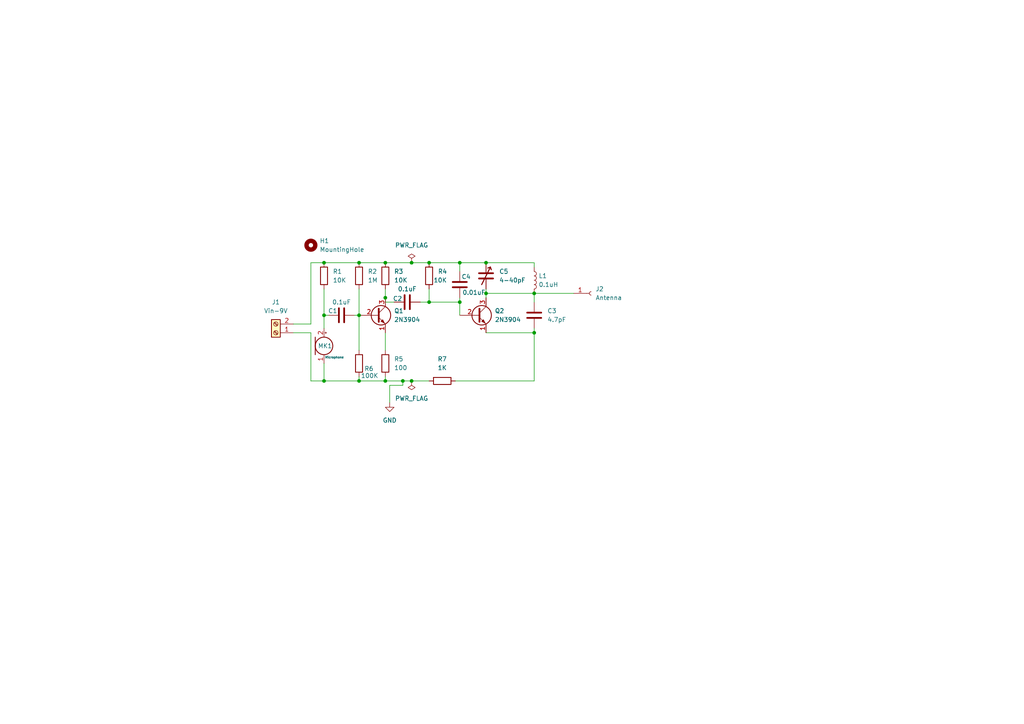
<source format=kicad_sch>
(kicad_sch
	(version 20231120)
	(generator "eeschema")
	(generator_version "8.0")
	(uuid "c816ed70-2355-4cb7-ba16-7f29548ee052")
	(paper "A4")
	(lib_symbols
		(symbol "Connector:Conn_01x01_Socket"
			(pin_names
				(offset 1.016) hide)
			(exclude_from_sim no)
			(in_bom yes)
			(on_board yes)
			(property "Reference" "J"
				(at 0 2.54 0)
				(effects
					(font
						(size 1.27 1.27)
					)
				)
			)
			(property "Value" "Conn_01x01_Socket"
				(at 0 -2.54 0)
				(effects
					(font
						(size 1.27 1.27)
					)
				)
			)
			(property "Footprint" ""
				(at 0 0 0)
				(effects
					(font
						(size 1.27 1.27)
					)
					(hide yes)
				)
			)
			(property "Datasheet" "~"
				(at 0 0 0)
				(effects
					(font
						(size 1.27 1.27)
					)
					(hide yes)
				)
			)
			(property "Description" "Generic connector, single row, 01x01, script generated"
				(at 0 0 0)
				(effects
					(font
						(size 1.27 1.27)
					)
					(hide yes)
				)
			)
			(property "ki_locked" ""
				(at 0 0 0)
				(effects
					(font
						(size 1.27 1.27)
					)
				)
			)
			(property "ki_keywords" "connector"
				(at 0 0 0)
				(effects
					(font
						(size 1.27 1.27)
					)
					(hide yes)
				)
			)
			(property "ki_fp_filters" "Connector*:*_1x??_*"
				(at 0 0 0)
				(effects
					(font
						(size 1.27 1.27)
					)
					(hide yes)
				)
			)
			(symbol "Conn_01x01_Socket_1_1"
				(polyline
					(pts
						(xy -1.27 0) (xy -0.508 0)
					)
					(stroke
						(width 0.1524)
						(type default)
					)
					(fill
						(type none)
					)
				)
				(arc
					(start 0 0.508)
					(mid -0.5058 0)
					(end 0 -0.508)
					(stroke
						(width 0.1524)
						(type default)
					)
					(fill
						(type none)
					)
				)
				(pin passive line
					(at -5.08 0 0)
					(length 3.81)
					(name "Pin_1"
						(effects
							(font
								(size 1.27 1.27)
							)
						)
					)
					(number "1"
						(effects
							(font
								(size 1.27 1.27)
							)
						)
					)
				)
			)
		)
		(symbol "Connector:Screw_Terminal_01x02"
			(pin_names
				(offset 1.016) hide)
			(exclude_from_sim no)
			(in_bom yes)
			(on_board yes)
			(property "Reference" "J"
				(at 0 2.54 0)
				(effects
					(font
						(size 1.27 1.27)
					)
				)
			)
			(property "Value" "Screw_Terminal_01x02"
				(at 0 -5.08 0)
				(effects
					(font
						(size 1.27 1.27)
					)
				)
			)
			(property "Footprint" ""
				(at 0 0 0)
				(effects
					(font
						(size 1.27 1.27)
					)
					(hide yes)
				)
			)
			(property "Datasheet" "~"
				(at 0 0 0)
				(effects
					(font
						(size 1.27 1.27)
					)
					(hide yes)
				)
			)
			(property "Description" "Generic screw terminal, single row, 01x02, script generated (kicad-library-utils/schlib/autogen/connector/)"
				(at 0 0 0)
				(effects
					(font
						(size 1.27 1.27)
					)
					(hide yes)
				)
			)
			(property "ki_keywords" "screw terminal"
				(at 0 0 0)
				(effects
					(font
						(size 1.27 1.27)
					)
					(hide yes)
				)
			)
			(property "ki_fp_filters" "TerminalBlock*:*"
				(at 0 0 0)
				(effects
					(font
						(size 1.27 1.27)
					)
					(hide yes)
				)
			)
			(symbol "Screw_Terminal_01x02_1_1"
				(rectangle
					(start -1.27 1.27)
					(end 1.27 -3.81)
					(stroke
						(width 0.254)
						(type default)
					)
					(fill
						(type background)
					)
				)
				(circle
					(center 0 -2.54)
					(radius 0.635)
					(stroke
						(width 0.1524)
						(type default)
					)
					(fill
						(type none)
					)
				)
				(polyline
					(pts
						(xy -0.5334 -2.2098) (xy 0.3302 -3.048)
					)
					(stroke
						(width 0.1524)
						(type default)
					)
					(fill
						(type none)
					)
				)
				(polyline
					(pts
						(xy -0.5334 0.3302) (xy 0.3302 -0.508)
					)
					(stroke
						(width 0.1524)
						(type default)
					)
					(fill
						(type none)
					)
				)
				(polyline
					(pts
						(xy -0.3556 -2.032) (xy 0.508 -2.8702)
					)
					(stroke
						(width 0.1524)
						(type default)
					)
					(fill
						(type none)
					)
				)
				(polyline
					(pts
						(xy -0.3556 0.508) (xy 0.508 -0.3302)
					)
					(stroke
						(width 0.1524)
						(type default)
					)
					(fill
						(type none)
					)
				)
				(circle
					(center 0 0)
					(radius 0.635)
					(stroke
						(width 0.1524)
						(type default)
					)
					(fill
						(type none)
					)
				)
				(pin passive line
					(at -5.08 0 0)
					(length 3.81)
					(name "Pin_1"
						(effects
							(font
								(size 1.27 1.27)
							)
						)
					)
					(number "1"
						(effects
							(font
								(size 1.27 1.27)
							)
						)
					)
				)
				(pin passive line
					(at -5.08 -2.54 0)
					(length 3.81)
					(name "Pin_2"
						(effects
							(font
								(size 1.27 1.27)
							)
						)
					)
					(number "2"
						(effects
							(font
								(size 1.27 1.27)
							)
						)
					)
				)
			)
		)
		(symbol "Device:C"
			(pin_numbers hide)
			(pin_names
				(offset 0.254)
			)
			(exclude_from_sim no)
			(in_bom yes)
			(on_board yes)
			(property "Reference" "C"
				(at 0.635 2.54 0)
				(effects
					(font
						(size 1.27 1.27)
					)
					(justify left)
				)
			)
			(property "Value" "C"
				(at 0.635 -2.54 0)
				(effects
					(font
						(size 1.27 1.27)
					)
					(justify left)
				)
			)
			(property "Footprint" ""
				(at 0.9652 -3.81 0)
				(effects
					(font
						(size 1.27 1.27)
					)
					(hide yes)
				)
			)
			(property "Datasheet" "~"
				(at 0 0 0)
				(effects
					(font
						(size 1.27 1.27)
					)
					(hide yes)
				)
			)
			(property "Description" "Unpolarized capacitor"
				(at 0 0 0)
				(effects
					(font
						(size 1.27 1.27)
					)
					(hide yes)
				)
			)
			(property "ki_keywords" "cap capacitor"
				(at 0 0 0)
				(effects
					(font
						(size 1.27 1.27)
					)
					(hide yes)
				)
			)
			(property "ki_fp_filters" "C_*"
				(at 0 0 0)
				(effects
					(font
						(size 1.27 1.27)
					)
					(hide yes)
				)
			)
			(symbol "C_0_1"
				(polyline
					(pts
						(xy -2.032 -0.762) (xy 2.032 -0.762)
					)
					(stroke
						(width 0.508)
						(type default)
					)
					(fill
						(type none)
					)
				)
				(polyline
					(pts
						(xy -2.032 0.762) (xy 2.032 0.762)
					)
					(stroke
						(width 0.508)
						(type default)
					)
					(fill
						(type none)
					)
				)
			)
			(symbol "C_1_1"
				(pin passive line
					(at 0 3.81 270)
					(length 2.794)
					(name "~"
						(effects
							(font
								(size 1.27 1.27)
							)
						)
					)
					(number "1"
						(effects
							(font
								(size 1.27 1.27)
							)
						)
					)
				)
				(pin passive line
					(at 0 -3.81 90)
					(length 2.794)
					(name "~"
						(effects
							(font
								(size 1.27 1.27)
							)
						)
					)
					(number "2"
						(effects
							(font
								(size 1.27 1.27)
							)
						)
					)
				)
			)
		)
		(symbol "Device:C_Variable"
			(pin_numbers hide)
			(pin_names
				(offset 0.254) hide)
			(exclude_from_sim no)
			(in_bom yes)
			(on_board yes)
			(property "Reference" "C"
				(at 0.635 -1.905 0)
				(effects
					(font
						(size 1.27 1.27)
					)
					(justify left)
				)
			)
			(property "Value" "C_Variable"
				(at 0.635 -3.81 0)
				(effects
					(font
						(size 1.27 1.27)
					)
					(justify left)
				)
			)
			(property "Footprint" ""
				(at 0 0 0)
				(effects
					(font
						(size 1.27 1.27)
					)
					(hide yes)
				)
			)
			(property "Datasheet" "~"
				(at 0 0 0)
				(effects
					(font
						(size 1.27 1.27)
					)
					(hide yes)
				)
			)
			(property "Description" "Variable capacitor"
				(at 0 0 0)
				(effects
					(font
						(size 1.27 1.27)
					)
					(hide yes)
				)
			)
			(property "ki_keywords" "trimmer capacitor"
				(at 0 0 0)
				(effects
					(font
						(size 1.27 1.27)
					)
					(hide yes)
				)
			)
			(symbol "C_Variable_0_1"
				(polyline
					(pts
						(xy -2.032 -0.762) (xy 2.032 -0.762)
					)
					(stroke
						(width 0.508)
						(type default)
					)
					(fill
						(type none)
					)
				)
				(polyline
					(pts
						(xy -2.032 0.762) (xy 2.032 0.762)
					)
					(stroke
						(width 0.508)
						(type default)
					)
					(fill
						(type none)
					)
				)
				(polyline
					(pts
						(xy 1.27 2.54) (xy -1.27 -2.54)
					)
					(stroke
						(width 0.3048)
						(type default)
					)
					(fill
						(type none)
					)
				)
				(polyline
					(pts
						(xy 1.27 2.54) (xy 0.508 2.286)
					)
					(stroke
						(width 0.3048)
						(type default)
					)
					(fill
						(type none)
					)
				)
				(polyline
					(pts
						(xy 1.27 2.54) (xy 1.524 1.778)
					)
					(stroke
						(width 0.3048)
						(type default)
					)
					(fill
						(type none)
					)
				)
			)
			(symbol "C_Variable_1_1"
				(pin passive line
					(at 0 3.81 270)
					(length 3.048)
					(name "~"
						(effects
							(font
								(size 1.27 1.27)
							)
						)
					)
					(number "1"
						(effects
							(font
								(size 1.27 1.27)
							)
						)
					)
				)
				(pin passive line
					(at 0 -3.81 90)
					(length 3.048)
					(name "~"
						(effects
							(font
								(size 1.27 1.27)
							)
						)
					)
					(number "2"
						(effects
							(font
								(size 1.27 1.27)
							)
						)
					)
				)
			)
		)
		(symbol "Device:L"
			(pin_numbers hide)
			(pin_names
				(offset 1.016) hide)
			(exclude_from_sim no)
			(in_bom yes)
			(on_board yes)
			(property "Reference" "L"
				(at -1.27 0 90)
				(effects
					(font
						(size 1.27 1.27)
					)
				)
			)
			(property "Value" "L"
				(at 1.905 0 90)
				(effects
					(font
						(size 1.27 1.27)
					)
				)
			)
			(property "Footprint" ""
				(at 0 0 0)
				(effects
					(font
						(size 1.27 1.27)
					)
					(hide yes)
				)
			)
			(property "Datasheet" "~"
				(at 0 0 0)
				(effects
					(font
						(size 1.27 1.27)
					)
					(hide yes)
				)
			)
			(property "Description" "Inductor"
				(at 0 0 0)
				(effects
					(font
						(size 1.27 1.27)
					)
					(hide yes)
				)
			)
			(property "ki_keywords" "inductor choke coil reactor magnetic"
				(at 0 0 0)
				(effects
					(font
						(size 1.27 1.27)
					)
					(hide yes)
				)
			)
			(property "ki_fp_filters" "Choke_* *Coil* Inductor_* L_*"
				(at 0 0 0)
				(effects
					(font
						(size 1.27 1.27)
					)
					(hide yes)
				)
			)
			(symbol "L_0_1"
				(arc
					(start 0 -2.54)
					(mid 0.6323 -1.905)
					(end 0 -1.27)
					(stroke
						(width 0)
						(type default)
					)
					(fill
						(type none)
					)
				)
				(arc
					(start 0 -1.27)
					(mid 0.6323 -0.635)
					(end 0 0)
					(stroke
						(width 0)
						(type default)
					)
					(fill
						(type none)
					)
				)
				(arc
					(start 0 0)
					(mid 0.6323 0.635)
					(end 0 1.27)
					(stroke
						(width 0)
						(type default)
					)
					(fill
						(type none)
					)
				)
				(arc
					(start 0 1.27)
					(mid 0.6323 1.905)
					(end 0 2.54)
					(stroke
						(width 0)
						(type default)
					)
					(fill
						(type none)
					)
				)
			)
			(symbol "L_1_1"
				(pin passive line
					(at 0 3.81 270)
					(length 1.27)
					(name "1"
						(effects
							(font
								(size 1.27 1.27)
							)
						)
					)
					(number "1"
						(effects
							(font
								(size 1.27 1.27)
							)
						)
					)
				)
				(pin passive line
					(at 0 -3.81 90)
					(length 1.27)
					(name "2"
						(effects
							(font
								(size 1.27 1.27)
							)
						)
					)
					(number "2"
						(effects
							(font
								(size 1.27 1.27)
							)
						)
					)
				)
			)
		)
		(symbol "Device:Microphone"
			(pin_names
				(offset 0.0254) hide)
			(exclude_from_sim no)
			(in_bom yes)
			(on_board yes)
			(property "Reference" "MK"
				(at -3.81 1.27 0)
				(effects
					(font
						(size 1.27 1.27)
					)
					(justify right)
				)
			)
			(property "Value" "Microphone"
				(at -3.81 -0.635 0)
				(effects
					(font
						(size 1.27 1.27)
					)
					(justify right)
				)
			)
			(property "Footprint" ""
				(at 0 2.54 90)
				(effects
					(font
						(size 1.27 1.27)
					)
					(hide yes)
				)
			)
			(property "Datasheet" "~"
				(at 0 2.54 90)
				(effects
					(font
						(size 1.27 1.27)
					)
					(hide yes)
				)
			)
			(property "Description" "Microphone"
				(at 0 0 0)
				(effects
					(font
						(size 1.27 1.27)
					)
					(hide yes)
				)
			)
			(property "ki_keywords" "microphone"
				(at 0 0 0)
				(effects
					(font
						(size 1.27 1.27)
					)
					(hide yes)
				)
			)
			(symbol "Microphone_0_1"
				(polyline
					(pts
						(xy -2.54 2.54) (xy -2.54 -2.54)
					)
					(stroke
						(width 0.254)
						(type default)
					)
					(fill
						(type none)
					)
				)
				(polyline
					(pts
						(xy 0.254 3.81) (xy 0.762 3.81)
					)
					(stroke
						(width 0)
						(type default)
					)
					(fill
						(type none)
					)
				)
				(polyline
					(pts
						(xy 0.508 4.064) (xy 0.508 3.556)
					)
					(stroke
						(width 0)
						(type default)
					)
					(fill
						(type none)
					)
				)
				(circle
					(center 0 0)
					(radius 2.54)
					(stroke
						(width 0.254)
						(type default)
					)
					(fill
						(type none)
					)
				)
			)
			(symbol "Microphone_1_1"
				(pin passive line
					(at 0 -5.08 90)
					(length 2.54)
					(name "-"
						(effects
							(font
								(size 1.27 1.27)
							)
						)
					)
					(number "1"
						(effects
							(font
								(size 1.27 1.27)
							)
						)
					)
				)
				(pin passive line
					(at 0 5.08 270)
					(length 2.54)
					(name "+"
						(effects
							(font
								(size 1.27 1.27)
							)
						)
					)
					(number "2"
						(effects
							(font
								(size 1.27 1.27)
							)
						)
					)
				)
			)
		)
		(symbol "Device:R"
			(pin_numbers hide)
			(pin_names
				(offset 0)
			)
			(exclude_from_sim no)
			(in_bom yes)
			(on_board yes)
			(property "Reference" "R"
				(at 2.032 0 90)
				(effects
					(font
						(size 1.27 1.27)
					)
				)
			)
			(property "Value" "R"
				(at 0 0 90)
				(effects
					(font
						(size 1.27 1.27)
					)
				)
			)
			(property "Footprint" ""
				(at -1.778 0 90)
				(effects
					(font
						(size 1.27 1.27)
					)
					(hide yes)
				)
			)
			(property "Datasheet" "~"
				(at 0 0 0)
				(effects
					(font
						(size 1.27 1.27)
					)
					(hide yes)
				)
			)
			(property "Description" "Resistor"
				(at 0 0 0)
				(effects
					(font
						(size 1.27 1.27)
					)
					(hide yes)
				)
			)
			(property "ki_keywords" "R res resistor"
				(at 0 0 0)
				(effects
					(font
						(size 1.27 1.27)
					)
					(hide yes)
				)
			)
			(property "ki_fp_filters" "R_*"
				(at 0 0 0)
				(effects
					(font
						(size 1.27 1.27)
					)
					(hide yes)
				)
			)
			(symbol "R_0_1"
				(rectangle
					(start -1.016 -2.54)
					(end 1.016 2.54)
					(stroke
						(width 0.254)
						(type default)
					)
					(fill
						(type none)
					)
				)
			)
			(symbol "R_1_1"
				(pin passive line
					(at 0 3.81 270)
					(length 1.27)
					(name "~"
						(effects
							(font
								(size 1.27 1.27)
							)
						)
					)
					(number "1"
						(effects
							(font
								(size 1.27 1.27)
							)
						)
					)
				)
				(pin passive line
					(at 0 -3.81 90)
					(length 1.27)
					(name "~"
						(effects
							(font
								(size 1.27 1.27)
							)
						)
					)
					(number "2"
						(effects
							(font
								(size 1.27 1.27)
							)
						)
					)
				)
			)
		)
		(symbol "Mechanical:MountingHole"
			(pin_names
				(offset 1.016)
			)
			(exclude_from_sim yes)
			(in_bom no)
			(on_board yes)
			(property "Reference" "H"
				(at 0 5.08 0)
				(effects
					(font
						(size 1.27 1.27)
					)
				)
			)
			(property "Value" "MountingHole"
				(at 0 3.175 0)
				(effects
					(font
						(size 1.27 1.27)
					)
				)
			)
			(property "Footprint" ""
				(at 0 0 0)
				(effects
					(font
						(size 1.27 1.27)
					)
					(hide yes)
				)
			)
			(property "Datasheet" "~"
				(at 0 0 0)
				(effects
					(font
						(size 1.27 1.27)
					)
					(hide yes)
				)
			)
			(property "Description" "Mounting Hole without connection"
				(at 0 0 0)
				(effects
					(font
						(size 1.27 1.27)
					)
					(hide yes)
				)
			)
			(property "ki_keywords" "mounting hole"
				(at 0 0 0)
				(effects
					(font
						(size 1.27 1.27)
					)
					(hide yes)
				)
			)
			(property "ki_fp_filters" "MountingHole*"
				(at 0 0 0)
				(effects
					(font
						(size 1.27 1.27)
					)
					(hide yes)
				)
			)
			(symbol "MountingHole_0_1"
				(circle
					(center 0 0)
					(radius 1.27)
					(stroke
						(width 1.27)
						(type default)
					)
					(fill
						(type none)
					)
				)
			)
		)
		(symbol "Transistor_BJT:2N3904"
			(pin_names
				(offset 0) hide)
			(exclude_from_sim no)
			(in_bom yes)
			(on_board yes)
			(property "Reference" "Q"
				(at 5.08 1.905 0)
				(effects
					(font
						(size 1.27 1.27)
					)
					(justify left)
				)
			)
			(property "Value" "2N3904"
				(at 5.08 0 0)
				(effects
					(font
						(size 1.27 1.27)
					)
					(justify left)
				)
			)
			(property "Footprint" "Package_TO_SOT_THT:TO-92_Inline"
				(at 5.08 -1.905 0)
				(effects
					(font
						(size 1.27 1.27)
						(italic yes)
					)
					(justify left)
					(hide yes)
				)
			)
			(property "Datasheet" "https://www.onsemi.com/pub/Collateral/2N3903-D.PDF"
				(at 0 0 0)
				(effects
					(font
						(size 1.27 1.27)
					)
					(justify left)
					(hide yes)
				)
			)
			(property "Description" "0.2A Ic, 40V Vce, Small Signal NPN Transistor, TO-92"
				(at 0 0 0)
				(effects
					(font
						(size 1.27 1.27)
					)
					(hide yes)
				)
			)
			(property "ki_keywords" "NPN Transistor"
				(at 0 0 0)
				(effects
					(font
						(size 1.27 1.27)
					)
					(hide yes)
				)
			)
			(property "ki_fp_filters" "TO?92*"
				(at 0 0 0)
				(effects
					(font
						(size 1.27 1.27)
					)
					(hide yes)
				)
			)
			(symbol "2N3904_0_1"
				(polyline
					(pts
						(xy 0.635 0.635) (xy 2.54 2.54)
					)
					(stroke
						(width 0)
						(type default)
					)
					(fill
						(type none)
					)
				)
				(polyline
					(pts
						(xy 0.635 -0.635) (xy 2.54 -2.54) (xy 2.54 -2.54)
					)
					(stroke
						(width 0)
						(type default)
					)
					(fill
						(type none)
					)
				)
				(polyline
					(pts
						(xy 0.635 1.905) (xy 0.635 -1.905) (xy 0.635 -1.905)
					)
					(stroke
						(width 0.508)
						(type default)
					)
					(fill
						(type none)
					)
				)
				(polyline
					(pts
						(xy 1.27 -1.778) (xy 1.778 -1.27) (xy 2.286 -2.286) (xy 1.27 -1.778) (xy 1.27 -1.778)
					)
					(stroke
						(width 0)
						(type default)
					)
					(fill
						(type outline)
					)
				)
				(circle
					(center 1.27 0)
					(radius 2.8194)
					(stroke
						(width 0.254)
						(type default)
					)
					(fill
						(type none)
					)
				)
			)
			(symbol "2N3904_1_1"
				(pin passive line
					(at 2.54 -5.08 90)
					(length 2.54)
					(name "E"
						(effects
							(font
								(size 1.27 1.27)
							)
						)
					)
					(number "1"
						(effects
							(font
								(size 1.27 1.27)
							)
						)
					)
				)
				(pin passive line
					(at -5.08 0 0)
					(length 5.715)
					(name "B"
						(effects
							(font
								(size 1.27 1.27)
							)
						)
					)
					(number "2"
						(effects
							(font
								(size 1.27 1.27)
							)
						)
					)
				)
				(pin passive line
					(at 2.54 5.08 270)
					(length 2.54)
					(name "C"
						(effects
							(font
								(size 1.27 1.27)
							)
						)
					)
					(number "3"
						(effects
							(font
								(size 1.27 1.27)
							)
						)
					)
				)
			)
		)
		(symbol "power:GND"
			(power)
			(pin_numbers hide)
			(pin_names
				(offset 0) hide)
			(exclude_from_sim no)
			(in_bom yes)
			(on_board yes)
			(property "Reference" "#PWR"
				(at 0 -6.35 0)
				(effects
					(font
						(size 1.27 1.27)
					)
					(hide yes)
				)
			)
			(property "Value" "GND"
				(at 0 -3.81 0)
				(effects
					(font
						(size 1.27 1.27)
					)
				)
			)
			(property "Footprint" ""
				(at 0 0 0)
				(effects
					(font
						(size 1.27 1.27)
					)
					(hide yes)
				)
			)
			(property "Datasheet" ""
				(at 0 0 0)
				(effects
					(font
						(size 1.27 1.27)
					)
					(hide yes)
				)
			)
			(property "Description" "Power symbol creates a global label with name \"GND\" , ground"
				(at 0 0 0)
				(effects
					(font
						(size 1.27 1.27)
					)
					(hide yes)
				)
			)
			(property "ki_keywords" "global power"
				(at 0 0 0)
				(effects
					(font
						(size 1.27 1.27)
					)
					(hide yes)
				)
			)
			(symbol "GND_0_1"
				(polyline
					(pts
						(xy 0 0) (xy 0 -1.27) (xy 1.27 -1.27) (xy 0 -2.54) (xy -1.27 -1.27) (xy 0 -1.27)
					)
					(stroke
						(width 0)
						(type default)
					)
					(fill
						(type none)
					)
				)
			)
			(symbol "GND_1_1"
				(pin power_in line
					(at 0 0 270)
					(length 0)
					(name "~"
						(effects
							(font
								(size 1.27 1.27)
							)
						)
					)
					(number "1"
						(effects
							(font
								(size 1.27 1.27)
							)
						)
					)
				)
			)
		)
		(symbol "power:PWR_FLAG"
			(power)
			(pin_numbers hide)
			(pin_names
				(offset 0) hide)
			(exclude_from_sim no)
			(in_bom yes)
			(on_board yes)
			(property "Reference" "#FLG"
				(at 0 1.905 0)
				(effects
					(font
						(size 1.27 1.27)
					)
					(hide yes)
				)
			)
			(property "Value" "PWR_FLAG"
				(at 0 3.81 0)
				(effects
					(font
						(size 1.27 1.27)
					)
				)
			)
			(property "Footprint" ""
				(at 0 0 0)
				(effects
					(font
						(size 1.27 1.27)
					)
					(hide yes)
				)
			)
			(property "Datasheet" "~"
				(at 0 0 0)
				(effects
					(font
						(size 1.27 1.27)
					)
					(hide yes)
				)
			)
			(property "Description" "Special symbol for telling ERC where power comes from"
				(at 0 0 0)
				(effects
					(font
						(size 1.27 1.27)
					)
					(hide yes)
				)
			)
			(property "ki_keywords" "flag power"
				(at 0 0 0)
				(effects
					(font
						(size 1.27 1.27)
					)
					(hide yes)
				)
			)
			(symbol "PWR_FLAG_0_0"
				(pin power_out line
					(at 0 0 90)
					(length 0)
					(name "~"
						(effects
							(font
								(size 1.27 1.27)
							)
						)
					)
					(number "1"
						(effects
							(font
								(size 1.27 1.27)
							)
						)
					)
				)
			)
			(symbol "PWR_FLAG_0_1"
				(polyline
					(pts
						(xy 0 0) (xy 0 1.27) (xy -1.016 1.905) (xy 0 2.54) (xy 1.016 1.905) (xy 0 1.27)
					)
					(stroke
						(width 0)
						(type default)
					)
					(fill
						(type none)
					)
				)
			)
		)
	)
	(junction
		(at 119.38 76.2)
		(diameter 0)
		(color 0 0 0 0)
		(uuid "0334822d-848e-4f59-a97d-f9db11b0a5d0")
	)
	(junction
		(at 154.94 96.52)
		(diameter 0)
		(color 0 0 0 0)
		(uuid "13fd0da4-b634-44bd-b5c7-07f50bbacd45")
	)
	(junction
		(at 124.46 76.2)
		(diameter 0)
		(color 0 0 0 0)
		(uuid "1d4b6478-0e8b-4182-987b-369d5b36e69f")
	)
	(junction
		(at 104.14 110.49)
		(diameter 0)
		(color 0 0 0 0)
		(uuid "2583daec-6902-4b61-b004-30f01017157b")
	)
	(junction
		(at 133.35 87.63)
		(diameter 0)
		(color 0 0 0 0)
		(uuid "3091f84e-aa58-4000-9048-77dc2e2c1481")
	)
	(junction
		(at 93.98 76.2)
		(diameter 0)
		(color 0 0 0 0)
		(uuid "3283667d-3451-49d0-826e-3c32ccf393d7")
	)
	(junction
		(at 104.14 76.2)
		(diameter 0)
		(color 0 0 0 0)
		(uuid "38e86d94-c6d1-4f86-9e84-d117ffbacbc2")
	)
	(junction
		(at 111.76 110.49)
		(diameter 0)
		(color 0 0 0 0)
		(uuid "3d5adc22-44d0-47c5-92f4-f9703c5f789e")
	)
	(junction
		(at 93.98 110.49)
		(diameter 0)
		(color 0 0 0 0)
		(uuid "477467d8-8c49-4912-8119-ab75138796b4")
	)
	(junction
		(at 93.98 91.44)
		(diameter 0)
		(color 0 0 0 0)
		(uuid "5c49f256-5620-4513-a6f9-41a4ab1af5ab")
	)
	(junction
		(at 124.46 87.63)
		(diameter 0)
		(color 0 0 0 0)
		(uuid "6d87051e-4066-4b51-93d2-2c0566849d7e")
	)
	(junction
		(at 111.76 86.36)
		(diameter 0)
		(color 0 0 0 0)
		(uuid "7013d58c-a903-432d-a9da-28b11088d321")
	)
	(junction
		(at 140.97 76.2)
		(diameter 0)
		(color 0 0 0 0)
		(uuid "7ab0c0d0-983e-4645-b441-cb01a88b19ea")
	)
	(junction
		(at 140.97 85.09)
		(diameter 0)
		(color 0 0 0 0)
		(uuid "8174a4fe-3989-4cf9-9943-ca53bfbfac8e")
	)
	(junction
		(at 111.76 76.2)
		(diameter 0)
		(color 0 0 0 0)
		(uuid "944a7529-032e-4329-b299-a9614a246d2c")
	)
	(junction
		(at 119.38 110.49)
		(diameter 0)
		(color 0 0 0 0)
		(uuid "a2cfa9a0-cc7e-4e9c-8bd1-56facfe18f6b")
	)
	(junction
		(at 133.35 76.2)
		(diameter 0)
		(color 0 0 0 0)
		(uuid "c3013b5c-e2c8-49ef-940a-4cf6b24d0f5b")
	)
	(junction
		(at 154.94 85.09)
		(diameter 0)
		(color 0 0 0 0)
		(uuid "c9528286-d279-48a7-bf55-149fb4c6b025")
	)
	(junction
		(at 104.14 91.44)
		(diameter 0)
		(color 0 0 0 0)
		(uuid "cafc61f5-e71f-446f-84d4-358f4c10e485")
	)
	(junction
		(at 116.84 110.49)
		(diameter 0)
		(color 0 0 0 0)
		(uuid "f83a3cff-c822-407c-aef1-e0be9eb5c0ba")
	)
	(wire
		(pts
			(xy 111.76 76.2) (xy 119.38 76.2)
		)
		(stroke
			(width 0)
			(type default)
		)
		(uuid "020090f1-dc6e-4347-8429-d4edf686ad89")
	)
	(wire
		(pts
			(xy 93.98 91.44) (xy 93.98 95.25)
		)
		(stroke
			(width 0)
			(type default)
		)
		(uuid "06243248-1a54-4145-b2e4-f8de7f813962")
	)
	(wire
		(pts
			(xy 133.35 91.44) (xy 133.35 87.63)
		)
		(stroke
			(width 0)
			(type default)
		)
		(uuid "06cccd1a-0bfc-46df-b402-2ea72c2f634f")
	)
	(wire
		(pts
			(xy 85.09 96.52) (xy 90.17 96.52)
		)
		(stroke
			(width 0)
			(type default)
		)
		(uuid "0a0857fb-076f-4365-97c5-d3d3bd1e0e75")
	)
	(wire
		(pts
			(xy 154.94 77.47) (xy 154.94 76.2)
		)
		(stroke
			(width 0)
			(type default)
		)
		(uuid "0fd1bf19-d7e3-4274-b400-68ec3aa269d4")
	)
	(wire
		(pts
			(xy 154.94 85.09) (xy 154.94 87.63)
		)
		(stroke
			(width 0)
			(type default)
		)
		(uuid "14879fe6-b8b6-4cee-bf78-9168a553153d")
	)
	(wire
		(pts
			(xy 140.97 86.36) (xy 140.97 85.09)
		)
		(stroke
			(width 0)
			(type default)
		)
		(uuid "179bc45a-8c16-4f0b-80da-6c1322eb7a79")
	)
	(wire
		(pts
			(xy 124.46 87.63) (xy 133.35 87.63)
		)
		(stroke
			(width 0)
			(type default)
		)
		(uuid "186789f9-fb86-44d0-80a9-1e4bc0964a68")
	)
	(wire
		(pts
			(xy 124.46 87.63) (xy 124.46 83.82)
		)
		(stroke
			(width 0)
			(type default)
		)
		(uuid "1d7f65f8-661a-4936-a880-f4b715ac79fa")
	)
	(wire
		(pts
			(xy 93.98 105.41) (xy 93.98 110.49)
		)
		(stroke
			(width 0)
			(type default)
		)
		(uuid "23ef8c11-7e4f-49b0-8514-e07f0fa509d8")
	)
	(wire
		(pts
			(xy 111.76 110.49) (xy 116.84 110.49)
		)
		(stroke
			(width 0)
			(type default)
		)
		(uuid "2583a494-1f13-4eb6-9be4-acd17f7016be")
	)
	(wire
		(pts
			(xy 111.76 110.49) (xy 104.14 110.49)
		)
		(stroke
			(width 0)
			(type default)
		)
		(uuid "27ebadbd-2fa1-4bea-bbf8-0d3f5becb91e")
	)
	(wire
		(pts
			(xy 111.76 109.22) (xy 111.76 110.49)
		)
		(stroke
			(width 0)
			(type default)
		)
		(uuid "2934cd05-7171-4f77-a60a-e08b893699f7")
	)
	(wire
		(pts
			(xy 104.14 76.2) (xy 111.76 76.2)
		)
		(stroke
			(width 0)
			(type default)
		)
		(uuid "2aa926e3-9fff-4353-89b3-09e276100e56")
	)
	(wire
		(pts
			(xy 133.35 86.36) (xy 133.35 87.63)
		)
		(stroke
			(width 0)
			(type default)
		)
		(uuid "2d302033-76d0-4d6e-a8d4-a1104217c0f8")
	)
	(wire
		(pts
			(xy 140.97 76.2) (xy 154.94 76.2)
		)
		(stroke
			(width 0)
			(type default)
		)
		(uuid "35d5bcaa-a0bb-4cba-a448-761cfa5dd42b")
	)
	(wire
		(pts
			(xy 95.25 91.44) (xy 93.98 91.44)
		)
		(stroke
			(width 0)
			(type default)
		)
		(uuid "3e3957d9-091e-4937-a1df-095765b5a5bd")
	)
	(wire
		(pts
			(xy 154.94 110.49) (xy 132.08 110.49)
		)
		(stroke
			(width 0)
			(type default)
		)
		(uuid "3f87de8f-6ddf-4cbb-9a83-0399cace8b43")
	)
	(wire
		(pts
			(xy 85.09 93.98) (xy 90.17 93.98)
		)
		(stroke
			(width 0)
			(type default)
		)
		(uuid "4eeee3fb-4c7d-42bb-a8ee-c85949b05978")
	)
	(wire
		(pts
			(xy 154.94 96.52) (xy 154.94 110.49)
		)
		(stroke
			(width 0)
			(type default)
		)
		(uuid "5c0734ac-591c-4a94-a0b5-7635e3217fb8")
	)
	(wire
		(pts
			(xy 90.17 110.49) (xy 93.98 110.49)
		)
		(stroke
			(width 0)
			(type default)
		)
		(uuid "63db963b-cf7b-40e9-ac48-5f3f19bfd7ad")
	)
	(wire
		(pts
			(xy 119.38 110.49) (xy 124.46 110.49)
		)
		(stroke
			(width 0)
			(type default)
		)
		(uuid "6d687539-c138-4058-b57b-04e0c7e8d891")
	)
	(wire
		(pts
			(xy 119.38 76.2) (xy 124.46 76.2)
		)
		(stroke
			(width 0)
			(type default)
		)
		(uuid "6e616742-9fe1-46b0-82fa-66ba86be97e9")
	)
	(wire
		(pts
			(xy 104.14 91.44) (xy 104.14 101.6)
		)
		(stroke
			(width 0)
			(type default)
		)
		(uuid "70bc136f-76cd-41d7-947c-fbd28bdb87a4")
	)
	(wire
		(pts
			(xy 111.76 96.52) (xy 111.76 101.6)
		)
		(stroke
			(width 0)
			(type default)
		)
		(uuid "71d21bee-8e61-42fa-aed4-bf7f1d46a0f9")
	)
	(wire
		(pts
			(xy 113.03 116.84) (xy 113.03 111.76)
		)
		(stroke
			(width 0)
			(type default)
		)
		(uuid "75caf5d3-d950-4a82-8203-eba459e1d8ad")
	)
	(wire
		(pts
			(xy 111.76 86.36) (xy 111.76 87.63)
		)
		(stroke
			(width 0)
			(type default)
		)
		(uuid "7a40e484-750c-42eb-bc6a-c6dac77d7c99")
	)
	(wire
		(pts
			(xy 121.92 87.63) (xy 124.46 87.63)
		)
		(stroke
			(width 0)
			(type default)
		)
		(uuid "80422294-a3ea-4594-ac39-dca666263384")
	)
	(wire
		(pts
			(xy 154.94 85.09) (xy 166.37 85.09)
		)
		(stroke
			(width 0)
			(type default)
		)
		(uuid "89eeb603-6d4b-44f8-8318-79b42742beb6")
	)
	(wire
		(pts
			(xy 140.97 83.82) (xy 140.97 85.09)
		)
		(stroke
			(width 0)
			(type default)
		)
		(uuid "8a379fa5-0e33-4a1a-a1c3-2e59c80702cf")
	)
	(wire
		(pts
			(xy 154.94 95.25) (xy 154.94 96.52)
		)
		(stroke
			(width 0)
			(type default)
		)
		(uuid "8f73c7c3-3301-4929-b26f-26c6c5dc34f1")
	)
	(wire
		(pts
			(xy 93.98 91.44) (xy 93.98 83.82)
		)
		(stroke
			(width 0)
			(type default)
		)
		(uuid "a2ebdd7f-72d6-4202-a82c-a6a0f51b0d4c")
	)
	(wire
		(pts
			(xy 102.87 91.44) (xy 104.14 91.44)
		)
		(stroke
			(width 0)
			(type default)
		)
		(uuid "a63724d1-2e37-485a-ac9a-fa7146540c72")
	)
	(wire
		(pts
			(xy 114.3 87.63) (xy 111.76 87.63)
		)
		(stroke
			(width 0)
			(type default)
		)
		(uuid "a730b2e1-cde3-44ac-a44f-fdf62185dba6")
	)
	(wire
		(pts
			(xy 90.17 93.98) (xy 90.17 76.2)
		)
		(stroke
			(width 0)
			(type default)
		)
		(uuid "ae48cc85-1b08-4955-a5b3-8f7a5e065d54")
	)
	(wire
		(pts
			(xy 116.84 111.76) (xy 116.84 110.49)
		)
		(stroke
			(width 0)
			(type default)
		)
		(uuid "b28bbe76-ad82-404d-a2a2-7f8e4ee8fd52")
	)
	(wire
		(pts
			(xy 111.76 83.82) (xy 111.76 86.36)
		)
		(stroke
			(width 0)
			(type default)
		)
		(uuid "bc689098-2d4b-4b4f-be44-2588005349ba")
	)
	(wire
		(pts
			(xy 104.14 83.82) (xy 104.14 91.44)
		)
		(stroke
			(width 0)
			(type default)
		)
		(uuid "d5abb4fe-39a6-449e-83c6-58fc634fe6fb")
	)
	(wire
		(pts
			(xy 133.35 76.2) (xy 133.35 78.74)
		)
		(stroke
			(width 0)
			(type default)
		)
		(uuid "d76333a0-f5f2-4d25-889c-8a2525df2784")
	)
	(wire
		(pts
			(xy 154.94 85.09) (xy 140.97 85.09)
		)
		(stroke
			(width 0)
			(type default)
		)
		(uuid "d78621ba-9054-4fc0-9f27-5486f612c7df")
	)
	(wire
		(pts
			(xy 93.98 110.49) (xy 104.14 110.49)
		)
		(stroke
			(width 0)
			(type default)
		)
		(uuid "d88fee9a-0f82-49e8-b3a0-84c93d7d1cf7")
	)
	(wire
		(pts
			(xy 154.94 96.52) (xy 140.97 96.52)
		)
		(stroke
			(width 0)
			(type default)
		)
		(uuid "da95d3d6-86c5-475b-8577-d249553fe12d")
	)
	(wire
		(pts
			(xy 124.46 76.2) (xy 133.35 76.2)
		)
		(stroke
			(width 0)
			(type default)
		)
		(uuid "dc2c9750-4f8f-460d-a435-3d5e2adbc8ca")
	)
	(wire
		(pts
			(xy 113.03 111.76) (xy 116.84 111.76)
		)
		(stroke
			(width 0)
			(type default)
		)
		(uuid "e0167ec9-de3e-4f72-911a-33c6c4065889")
	)
	(wire
		(pts
			(xy 90.17 96.52) (xy 90.17 110.49)
		)
		(stroke
			(width 0)
			(type default)
		)
		(uuid "e01d28db-0d5e-429a-8ec9-0de70644de0d")
	)
	(wire
		(pts
			(xy 116.84 110.49) (xy 119.38 110.49)
		)
		(stroke
			(width 0)
			(type default)
		)
		(uuid "e83216ce-01bd-41a0-a6a2-e844945984df")
	)
	(wire
		(pts
			(xy 140.97 76.2) (xy 133.35 76.2)
		)
		(stroke
			(width 0)
			(type default)
		)
		(uuid "eb360a54-76ff-4a15-bdd6-ab77ce558991")
	)
	(wire
		(pts
			(xy 93.98 76.2) (xy 104.14 76.2)
		)
		(stroke
			(width 0)
			(type default)
		)
		(uuid "ee7ca0a7-0913-42dc-9917-8842f368f5b0")
	)
	(wire
		(pts
			(xy 90.17 76.2) (xy 93.98 76.2)
		)
		(stroke
			(width 0)
			(type default)
		)
		(uuid "fde720cd-74e2-4cf2-9fea-acecf0332ea9")
	)
	(wire
		(pts
			(xy 104.14 109.22) (xy 104.14 110.49)
		)
		(stroke
			(width 0)
			(type default)
		)
		(uuid "ff61feaf-0123-4c90-bf91-be214ccded2e")
	)
	(symbol
		(lib_id "Device:C")
		(at 133.35 82.55 0)
		(unit 1)
		(exclude_from_sim no)
		(in_bom yes)
		(on_board yes)
		(dnp no)
		(uuid "026baa7e-e203-42d2-81ae-ed3fd82ff297")
		(property "Reference" "C4"
			(at 133.858 80.264 0)
			(effects
				(font
					(size 1.27 1.27)
				)
				(justify left)
			)
		)
		(property "Value" "0.01uF"
			(at 134.112 84.836 0)
			(effects
				(font
					(size 1.27 1.27)
				)
				(justify left)
			)
		)
		(property "Footprint" "Capacitor_THT:C_Disc_D4.3mm_W1.9mm_P5.00mm"
			(at 134.3152 86.36 0)
			(effects
				(font
					(size 1.27 1.27)
				)
				(hide yes)
			)
		)
		(property "Datasheet" "~"
			(at 133.35 82.55 0)
			(effects
				(font
					(size 1.27 1.27)
				)
				(hide yes)
			)
		)
		(property "Description" "Unpolarized capacitor"
			(at 133.35 82.55 0)
			(effects
				(font
					(size 1.27 1.27)
				)
				(hide yes)
			)
		)
		(pin "1"
			(uuid "d12213b0-8d54-4b8c-a10b-8f9d444921cd")
		)
		(pin "2"
			(uuid "30f881d7-6f41-41bb-a331-f7b960565169")
		)
		(instances
			(project "FM Transmiter"
				(path "/c816ed70-2355-4cb7-ba16-7f29548ee052"
					(reference "C4")
					(unit 1)
				)
			)
		)
	)
	(symbol
		(lib_id "Device:R")
		(at 111.76 105.41 0)
		(unit 1)
		(exclude_from_sim no)
		(in_bom yes)
		(on_board yes)
		(dnp no)
		(fields_autoplaced yes)
		(uuid "0a41ac24-a4b4-4fbe-8d47-4fbd9c87970f")
		(property "Reference" "R5"
			(at 114.3 104.1399 0)
			(effects
				(font
					(size 1.27 1.27)
				)
				(justify left)
			)
		)
		(property "Value" "100"
			(at 114.3 106.6799 0)
			(effects
				(font
					(size 1.27 1.27)
				)
				(justify left)
			)
		)
		(property "Footprint" "Resistor_THT:R_Axial_DIN0204_L3.6mm_D1.6mm_P7.62mm_Horizontal"
			(at 109.982 105.41 90)
			(effects
				(font
					(size 1.27 1.27)
				)
				(hide yes)
			)
		)
		(property "Datasheet" "~"
			(at 111.76 105.41 0)
			(effects
				(font
					(size 1.27 1.27)
				)
				(hide yes)
			)
		)
		(property "Description" "Resistor"
			(at 111.76 105.41 0)
			(effects
				(font
					(size 1.27 1.27)
				)
				(hide yes)
			)
		)
		(pin "1"
			(uuid "aa7a3fe4-f4d2-40ff-9091-ffb224e5e6e8")
		)
		(pin "2"
			(uuid "7231fa18-395c-4f98-8965-7d24eae09ebc")
		)
		(instances
			(project "FM Transmiter"
				(path "/c816ed70-2355-4cb7-ba16-7f29548ee052"
					(reference "R5")
					(unit 1)
				)
			)
		)
	)
	(symbol
		(lib_id "Device:C_Variable")
		(at 140.97 80.01 0)
		(unit 1)
		(exclude_from_sim no)
		(in_bom yes)
		(on_board yes)
		(dnp no)
		(fields_autoplaced yes)
		(uuid "1db36383-7c05-4e45-949d-2b3170246cb8")
		(property "Reference" "C5"
			(at 144.78 78.7399 0)
			(effects
				(font
					(size 1.27 1.27)
				)
				(justify left)
			)
		)
		(property "Value" "4-40pF"
			(at 144.78 81.2799 0)
			(effects
				(font
					(size 1.27 1.27)
				)
				(justify left)
			)
		)
		(property "Footprint" "Capacitor_THT:caps_trimmer"
			(at 140.97 80.01 0)
			(effects
				(font
					(size 1.27 1.27)
				)
				(hide yes)
			)
		)
		(property "Datasheet" "~"
			(at 140.97 80.01 0)
			(effects
				(font
					(size 1.27 1.27)
				)
				(hide yes)
			)
		)
		(property "Description" "Variable capacitor"
			(at 140.97 80.01 0)
			(effects
				(font
					(size 1.27 1.27)
				)
				(hide yes)
			)
		)
		(pin "1"
			(uuid "f1337fdf-4c7e-4f74-8da6-51d091ae489d")
		)
		(pin "2"
			(uuid "abb71723-b1ed-4f62-977d-3fd4059f8d26")
		)
		(instances
			(project ""
				(path "/c816ed70-2355-4cb7-ba16-7f29548ee052"
					(reference "C5")
					(unit 1)
				)
			)
		)
	)
	(symbol
		(lib_id "power:GND")
		(at 113.03 116.84 0)
		(unit 1)
		(exclude_from_sim no)
		(in_bom yes)
		(on_board yes)
		(dnp no)
		(fields_autoplaced yes)
		(uuid "1f550bb1-09e8-4e99-83d8-3491efca5d17")
		(property "Reference" "#PWR01"
			(at 113.03 123.19 0)
			(effects
				(font
					(size 1.27 1.27)
				)
				(hide yes)
			)
		)
		(property "Value" "GND"
			(at 113.03 121.92 0)
			(effects
				(font
					(size 1.27 1.27)
				)
			)
		)
		(property "Footprint" ""
			(at 113.03 116.84 0)
			(effects
				(font
					(size 1.27 1.27)
				)
				(hide yes)
			)
		)
		(property "Datasheet" ""
			(at 113.03 116.84 0)
			(effects
				(font
					(size 1.27 1.27)
				)
				(hide yes)
			)
		)
		(property "Description" "Power symbol creates a global label with name \"GND\" , ground"
			(at 113.03 116.84 0)
			(effects
				(font
					(size 1.27 1.27)
				)
				(hide yes)
			)
		)
		(pin "1"
			(uuid "3328d97c-e8e0-463a-8901-4afc15e65e99")
		)
		(instances
			(project ""
				(path "/c816ed70-2355-4cb7-ba16-7f29548ee052"
					(reference "#PWR01")
					(unit 1)
				)
			)
		)
	)
	(symbol
		(lib_id "Device:C")
		(at 118.11 87.63 90)
		(unit 1)
		(exclude_from_sim no)
		(in_bom yes)
		(on_board yes)
		(dnp no)
		(uuid "31900d65-717e-4f12-93a7-c374ffc734f5")
		(property "Reference" "C2"
			(at 115.316 86.614 90)
			(effects
				(font
					(size 1.27 1.27)
				)
			)
		)
		(property "Value" "0.1uF"
			(at 118.11 83.82 90)
			(effects
				(font
					(size 1.27 1.27)
				)
			)
		)
		(property "Footprint" "Capacitor_THT:C_Disc_D4.3mm_W1.9mm_P5.00mm"
			(at 121.92 86.6648 0)
			(effects
				(font
					(size 1.27 1.27)
				)
				(hide yes)
			)
		)
		(property "Datasheet" "~"
			(at 118.11 87.63 0)
			(effects
				(font
					(size 1.27 1.27)
				)
				(hide yes)
			)
		)
		(property "Description" "Unpolarized capacitor"
			(at 118.11 87.63 0)
			(effects
				(font
					(size 1.27 1.27)
				)
				(hide yes)
			)
		)
		(pin "1"
			(uuid "f199ba90-eebb-4b61-a262-0cb335286e08")
		)
		(pin "2"
			(uuid "3ff8790e-60fe-4bf8-b494-b20b198653ee")
		)
		(instances
			(project "FM Transmiter"
				(path "/c816ed70-2355-4cb7-ba16-7f29548ee052"
					(reference "C2")
					(unit 1)
				)
			)
		)
	)
	(symbol
		(lib_id "Device:R")
		(at 104.14 105.41 0)
		(unit 1)
		(exclude_from_sim no)
		(in_bom yes)
		(on_board yes)
		(dnp no)
		(uuid "3c629ff2-ded1-4ae4-a141-1fa579b4e482")
		(property "Reference" "R6"
			(at 105.664 106.934 0)
			(effects
				(font
					(size 1.27 1.27)
				)
				(justify left)
			)
		)
		(property "Value" "100K"
			(at 104.648 108.966 0)
			(effects
				(font
					(size 1.27 1.27)
				)
				(justify left)
			)
		)
		(property "Footprint" "Resistor_THT:R_Axial_DIN0204_L3.6mm_D1.6mm_P7.62mm_Horizontal"
			(at 102.362 105.41 90)
			(effects
				(font
					(size 1.27 1.27)
				)
				(hide yes)
			)
		)
		(property "Datasheet" "~"
			(at 104.14 105.41 0)
			(effects
				(font
					(size 1.27 1.27)
				)
				(hide yes)
			)
		)
		(property "Description" "Resistor"
			(at 104.14 105.41 0)
			(effects
				(font
					(size 1.27 1.27)
				)
				(hide yes)
			)
		)
		(pin "1"
			(uuid "682df324-f96d-487a-996c-074bc0bb6bb8")
		)
		(pin "2"
			(uuid "5de5bc05-5359-468b-b601-0e0c64fafcfa")
		)
		(instances
			(project "FM Transmiter"
				(path "/c816ed70-2355-4cb7-ba16-7f29548ee052"
					(reference "R6")
					(unit 1)
				)
			)
		)
	)
	(symbol
		(lib_id "Device:R")
		(at 111.76 80.01 0)
		(unit 1)
		(exclude_from_sim no)
		(in_bom yes)
		(on_board yes)
		(dnp no)
		(fields_autoplaced yes)
		(uuid "4856a122-4b51-4abf-99d9-a911095c413a")
		(property "Reference" "R3"
			(at 114.3 78.7399 0)
			(effects
				(font
					(size 1.27 1.27)
				)
				(justify left)
			)
		)
		(property "Value" "10K"
			(at 114.3 81.2799 0)
			(effects
				(font
					(size 1.27 1.27)
				)
				(justify left)
			)
		)
		(property "Footprint" "Resistor_THT:R_Axial_DIN0204_L3.6mm_D1.6mm_P7.62mm_Horizontal"
			(at 109.982 80.01 90)
			(effects
				(font
					(size 1.27 1.27)
				)
				(hide yes)
			)
		)
		(property "Datasheet" "~"
			(at 111.76 80.01 0)
			(effects
				(font
					(size 1.27 1.27)
				)
				(hide yes)
			)
		)
		(property "Description" "Resistor"
			(at 111.76 80.01 0)
			(effects
				(font
					(size 1.27 1.27)
				)
				(hide yes)
			)
		)
		(pin "1"
			(uuid "443fd56f-e7fb-4cee-95a2-eed61aa87621")
		)
		(pin "2"
			(uuid "1ed934bd-2d65-422d-91b6-77ff6e356621")
		)
		(instances
			(project "FM Transmiter"
				(path "/c816ed70-2355-4cb7-ba16-7f29548ee052"
					(reference "R3")
					(unit 1)
				)
			)
		)
	)
	(symbol
		(lib_id "Device:C")
		(at 154.94 91.44 0)
		(unit 1)
		(exclude_from_sim no)
		(in_bom yes)
		(on_board yes)
		(dnp no)
		(fields_autoplaced yes)
		(uuid "7bf5536a-4f63-44a0-9495-f3daae80b0aa")
		(property "Reference" "C3"
			(at 158.75 90.1699 0)
			(effects
				(font
					(size 1.27 1.27)
				)
				(justify left)
			)
		)
		(property "Value" "4.7pF"
			(at 158.75 92.7099 0)
			(effects
				(font
					(size 1.27 1.27)
				)
				(justify left)
			)
		)
		(property "Footprint" "Capacitor_THT:C_Disc_D4.3mm_W1.9mm_P5.00mm"
			(at 155.9052 95.25 0)
			(effects
				(font
					(size 1.27 1.27)
				)
				(hide yes)
			)
		)
		(property "Datasheet" "~"
			(at 154.94 91.44 0)
			(effects
				(font
					(size 1.27 1.27)
				)
				(hide yes)
			)
		)
		(property "Description" "Unpolarized capacitor"
			(at 154.94 91.44 0)
			(effects
				(font
					(size 1.27 1.27)
				)
				(hide yes)
			)
		)
		(pin "1"
			(uuid "c06f6c77-b8e6-4678-aacd-3ba5c0cc0335")
		)
		(pin "2"
			(uuid "7fd6ccbc-4270-4fd3-828b-b84ec519f060")
		)
		(instances
			(project "FM Transmiter"
				(path "/c816ed70-2355-4cb7-ba16-7f29548ee052"
					(reference "C3")
					(unit 1)
				)
			)
		)
	)
	(symbol
		(lib_id "Device:Microphone")
		(at 93.98 100.33 0)
		(unit 1)
		(exclude_from_sim no)
		(in_bom yes)
		(on_board yes)
		(dnp no)
		(uuid "7d6cfa79-16c3-434a-9c19-9a63362caccb")
		(property "Reference" "MK1"
			(at 92.202 100.33 0)
			(effects
				(font
					(size 1.27 1.27)
				)
				(justify left)
			)
		)
		(property "Value" "Microphone"
			(at 94.234 103.632 0)
			(effects
				(font
					(size 0.635 0.635)
				)
				(justify left)
			)
		)
		(property "Footprint" "Audio_Module:Microphone electret"
			(at 93.98 97.79 90)
			(effects
				(font
					(size 1.27 1.27)
				)
				(hide yes)
			)
		)
		(property "Datasheet" "~"
			(at 93.98 97.79 90)
			(effects
				(font
					(size 1.27 1.27)
				)
				(hide yes)
			)
		)
		(property "Description" "Microphone"
			(at 93.98 100.33 0)
			(effects
				(font
					(size 1.27 1.27)
				)
				(hide yes)
			)
		)
		(pin "1"
			(uuid "682deb4d-ff12-481e-b2d3-e9a5be2abf6b")
		)
		(pin "2"
			(uuid "d2f955eb-6e37-4c3f-b226-9c47ccf7e459")
		)
		(instances
			(project ""
				(path "/c816ed70-2355-4cb7-ba16-7f29548ee052"
					(reference "MK1")
					(unit 1)
				)
			)
		)
	)
	(symbol
		(lib_id "Device:R")
		(at 93.98 80.01 0)
		(unit 1)
		(exclude_from_sim no)
		(in_bom yes)
		(on_board yes)
		(dnp no)
		(fields_autoplaced yes)
		(uuid "8182e6aa-25d2-4fc0-8480-20485e028d65")
		(property "Reference" "R1"
			(at 96.52 78.7399 0)
			(effects
				(font
					(size 1.27 1.27)
				)
				(justify left)
			)
		)
		(property "Value" "10K"
			(at 96.52 81.2799 0)
			(effects
				(font
					(size 1.27 1.27)
				)
				(justify left)
			)
		)
		(property "Footprint" "Resistor_THT:R_Axial_DIN0204_L3.6mm_D1.6mm_P7.62mm_Horizontal"
			(at 92.202 80.01 90)
			(effects
				(font
					(size 1.27 1.27)
				)
				(hide yes)
			)
		)
		(property "Datasheet" "~"
			(at 93.98 80.01 0)
			(effects
				(font
					(size 1.27 1.27)
				)
				(hide yes)
			)
		)
		(property "Description" "Resistor"
			(at 93.98 80.01 0)
			(effects
				(font
					(size 1.27 1.27)
				)
				(hide yes)
			)
		)
		(pin "1"
			(uuid "52c21bb2-a6e5-4e11-9d44-212a0dd8839b")
		)
		(pin "2"
			(uuid "6150783b-a708-4ea4-b8a3-332122a0f061")
		)
		(instances
			(project ""
				(path "/c816ed70-2355-4cb7-ba16-7f29548ee052"
					(reference "R1")
					(unit 1)
				)
			)
		)
	)
	(symbol
		(lib_id "Connector:Conn_01x01_Socket")
		(at 171.45 85.09 0)
		(unit 1)
		(exclude_from_sim no)
		(in_bom yes)
		(on_board yes)
		(dnp no)
		(fields_autoplaced yes)
		(uuid "964f2956-e384-4e4f-a245-3c10f4a27a9c")
		(property "Reference" "J2"
			(at 172.72 83.8199 0)
			(effects
				(font
					(size 1.27 1.27)
				)
				(justify left)
			)
		)
		(property "Value" "Antenna"
			(at 172.72 86.3599 0)
			(effects
				(font
					(size 1.27 1.27)
				)
				(justify left)
			)
		)
		(property "Footprint" "TestPoint:TestPoint_THTPad_1.0x1.0mm_Drill0.5mm"
			(at 171.45 85.09 0)
			(effects
				(font
					(size 1.27 1.27)
				)
				(hide yes)
			)
		)
		(property "Datasheet" "~"
			(at 171.45 85.09 0)
			(effects
				(font
					(size 1.27 1.27)
				)
				(hide yes)
			)
		)
		(property "Description" "Generic connector, single row, 01x01, script generated"
			(at 171.45 85.09 0)
			(effects
				(font
					(size 1.27 1.27)
				)
				(hide yes)
			)
		)
		(pin "1"
			(uuid "26240aa2-680b-4a0e-9727-9a51c78ced82")
		)
		(instances
			(project ""
				(path "/c816ed70-2355-4cb7-ba16-7f29548ee052"
					(reference "J2")
					(unit 1)
				)
			)
		)
	)
	(symbol
		(lib_id "power:PWR_FLAG")
		(at 119.38 76.2 0)
		(unit 1)
		(exclude_from_sim no)
		(in_bom yes)
		(on_board yes)
		(dnp no)
		(fields_autoplaced yes)
		(uuid "9cdc29f1-43f5-40de-8de0-c38d916fa78c")
		(property "Reference" "#FLG01"
			(at 119.38 74.295 0)
			(effects
				(font
					(size 1.27 1.27)
				)
				(hide yes)
			)
		)
		(property "Value" "PWR_FLAG"
			(at 119.38 71.12 0)
			(effects
				(font
					(size 1.27 1.27)
				)
			)
		)
		(property "Footprint" ""
			(at 119.38 76.2 0)
			(effects
				(font
					(size 1.27 1.27)
				)
				(hide yes)
			)
		)
		(property "Datasheet" "~"
			(at 119.38 76.2 0)
			(effects
				(font
					(size 1.27 1.27)
				)
				(hide yes)
			)
		)
		(property "Description" "Special symbol for telling ERC where power comes from"
			(at 119.38 76.2 0)
			(effects
				(font
					(size 1.27 1.27)
				)
				(hide yes)
			)
		)
		(pin "1"
			(uuid "1d583bca-2aed-42c6-88d8-763540ca4b15")
		)
		(instances
			(project ""
				(path "/c816ed70-2355-4cb7-ba16-7f29548ee052"
					(reference "#FLG01")
					(unit 1)
				)
			)
		)
	)
	(symbol
		(lib_id "power:PWR_FLAG")
		(at 119.38 110.49 180)
		(unit 1)
		(exclude_from_sim no)
		(in_bom yes)
		(on_board yes)
		(dnp no)
		(fields_autoplaced yes)
		(uuid "afc30b19-e58b-48d9-955c-1ae74d19180e")
		(property "Reference" "#FLG02"
			(at 119.38 112.395 0)
			(effects
				(font
					(size 1.27 1.27)
				)
				(hide yes)
			)
		)
		(property "Value" "PWR_FLAG"
			(at 119.38 115.57 0)
			(effects
				(font
					(size 1.27 1.27)
				)
			)
		)
		(property "Footprint" ""
			(at 119.38 110.49 0)
			(effects
				(font
					(size 1.27 1.27)
				)
				(hide yes)
			)
		)
		(property "Datasheet" "~"
			(at 119.38 110.49 0)
			(effects
				(font
					(size 1.27 1.27)
				)
				(hide yes)
			)
		)
		(property "Description" "Special symbol for telling ERC where power comes from"
			(at 119.38 110.49 0)
			(effects
				(font
					(size 1.27 1.27)
				)
				(hide yes)
			)
		)
		(pin "1"
			(uuid "c020a295-ce05-4964-8956-278cf052ecde")
		)
		(instances
			(project "FM Transmiter"
				(path "/c816ed70-2355-4cb7-ba16-7f29548ee052"
					(reference "#FLG02")
					(unit 1)
				)
			)
		)
	)
	(symbol
		(lib_id "Connector:Screw_Terminal_01x02")
		(at 80.01 96.52 180)
		(unit 1)
		(exclude_from_sim no)
		(in_bom yes)
		(on_board yes)
		(dnp no)
		(fields_autoplaced yes)
		(uuid "afc6ec5f-7017-441b-b255-c1e1118dd658")
		(property "Reference" "J1"
			(at 80.01 87.63 0)
			(effects
				(font
					(size 1.27 1.27)
				)
			)
		)
		(property "Value" "Vin-9V"
			(at 80.01 90.17 0)
			(effects
				(font
					(size 1.27 1.27)
				)
			)
		)
		(property "Footprint" "TerminalBlock:TerminalBlock_bornier-2_P5.08mm"
			(at 80.01 96.52 0)
			(effects
				(font
					(size 1.27 1.27)
				)
				(hide yes)
			)
		)
		(property "Datasheet" "~"
			(at 80.01 96.52 0)
			(effects
				(font
					(size 1.27 1.27)
				)
				(hide yes)
			)
		)
		(property "Description" "Generic screw terminal, single row, 01x02, script generated (kicad-library-utils/schlib/autogen/connector/)"
			(at 80.01 96.52 0)
			(effects
				(font
					(size 1.27 1.27)
				)
				(hide yes)
			)
		)
		(pin "2"
			(uuid "8e8ec0e5-4f52-4bc6-bbf9-afbc343c025b")
		)
		(pin "1"
			(uuid "707c1039-17a2-47ac-af5a-43f8f12d5248")
		)
		(instances
			(project ""
				(path "/c816ed70-2355-4cb7-ba16-7f29548ee052"
					(reference "J1")
					(unit 1)
				)
			)
		)
	)
	(symbol
		(lib_id "Device:L")
		(at 154.94 81.28 0)
		(unit 1)
		(exclude_from_sim no)
		(in_bom yes)
		(on_board yes)
		(dnp no)
		(fields_autoplaced yes)
		(uuid "b1473057-8b63-48f2-9f63-cdb6ed8d7a8e")
		(property "Reference" "L1"
			(at 156.21 80.0099 0)
			(effects
				(font
					(size 1.27 1.27)
				)
				(justify left)
			)
		)
		(property "Value" "0.1uH"
			(at 156.21 82.5499 0)
			(effects
				(font
					(size 1.27 1.27)
				)
				(justify left)
			)
		)
		(property "Footprint" "Inductor_THT:L_Axial_L6.6mm_D2.7mm_P10.16mm_Horizontal_Vishay_IM-2"
			(at 154.94 81.28 0)
			(effects
				(font
					(size 1.27 1.27)
				)
				(hide yes)
			)
		)
		(property "Datasheet" "~"
			(at 154.94 81.28 0)
			(effects
				(font
					(size 1.27 1.27)
				)
				(hide yes)
			)
		)
		(property "Description" "Inductor"
			(at 154.94 81.28 0)
			(effects
				(font
					(size 1.27 1.27)
				)
				(hide yes)
			)
		)
		(pin "2"
			(uuid "d4621ba5-2cdf-4dcf-978d-a42a624370e6")
		)
		(pin "1"
			(uuid "31cc6980-093c-487c-ba05-25a74a255e9d")
		)
		(instances
			(project ""
				(path "/c816ed70-2355-4cb7-ba16-7f29548ee052"
					(reference "L1")
					(unit 1)
				)
			)
		)
	)
	(symbol
		(lib_id "Transistor_BJT:2N3904")
		(at 138.43 91.44 0)
		(unit 1)
		(exclude_from_sim no)
		(in_bom yes)
		(on_board yes)
		(dnp no)
		(fields_autoplaced yes)
		(uuid "b582ccc3-1fde-48b0-814a-a12416f558b6")
		(property "Reference" "Q2"
			(at 143.51 90.1699 0)
			(effects
				(font
					(size 1.27 1.27)
				)
				(justify left)
			)
		)
		(property "Value" "2N3904"
			(at 143.51 92.7099 0)
			(effects
				(font
					(size 1.27 1.27)
				)
				(justify left)
			)
		)
		(property "Footprint" "Package_TO_SOT_THT:TO-92_Inline"
			(at 143.51 93.345 0)
			(effects
				(font
					(size 1.27 1.27)
					(italic yes)
				)
				(justify left)
				(hide yes)
			)
		)
		(property "Datasheet" "https://www.onsemi.com/pub/Collateral/2N3903-D.PDF"
			(at 138.43 91.44 0)
			(effects
				(font
					(size 1.27 1.27)
				)
				(justify left)
				(hide yes)
			)
		)
		(property "Description" "0.2A Ic, 40V Vce, Small Signal NPN Transistor, TO-92"
			(at 138.43 91.44 0)
			(effects
				(font
					(size 1.27 1.27)
				)
				(hide yes)
			)
		)
		(pin "3"
			(uuid "05ffbc65-d7d4-4ead-85e3-154e79e25249")
		)
		(pin "2"
			(uuid "62c8b1fe-70b9-4b88-8f5e-e119d68b532d")
		)
		(pin "1"
			(uuid "d6584a35-ebe0-4716-93b5-6a7d8a2fd390")
		)
		(instances
			(project ""
				(path "/c816ed70-2355-4cb7-ba16-7f29548ee052"
					(reference "Q2")
					(unit 1)
				)
			)
		)
	)
	(symbol
		(lib_id "Mechanical:MountingHole")
		(at 90.17 71.12 0)
		(unit 1)
		(exclude_from_sim yes)
		(in_bom no)
		(on_board yes)
		(dnp no)
		(fields_autoplaced yes)
		(uuid "c874694c-a25e-43e8-b762-d85750195b29")
		(property "Reference" "H1"
			(at 92.71 69.8499 0)
			(effects
				(font
					(size 1.27 1.27)
				)
				(justify left)
			)
		)
		(property "Value" "MountingHole"
			(at 92.71 72.3899 0)
			(effects
				(font
					(size 1.27 1.27)
				)
				(justify left)
			)
		)
		(property "Footprint" "MountingHole:MountingHole_2.2mm_M2"
			(at 90.17 71.12 0)
			(effects
				(font
					(size 1.27 1.27)
				)
				(hide yes)
			)
		)
		(property "Datasheet" "~"
			(at 90.17 71.12 0)
			(effects
				(font
					(size 1.27 1.27)
				)
				(hide yes)
			)
		)
		(property "Description" "Mounting Hole without connection"
			(at 90.17 71.12 0)
			(effects
				(font
					(size 1.27 1.27)
				)
				(hide yes)
			)
		)
		(instances
			(project ""
				(path "/c816ed70-2355-4cb7-ba16-7f29548ee052"
					(reference "H1")
					(unit 1)
				)
			)
		)
	)
	(symbol
		(lib_id "Device:R")
		(at 128.27 110.49 90)
		(unit 1)
		(exclude_from_sim no)
		(in_bom yes)
		(on_board yes)
		(dnp no)
		(fields_autoplaced yes)
		(uuid "e8736133-c12d-4b50-b4f8-0503f128cf6c")
		(property "Reference" "R7"
			(at 128.27 104.14 90)
			(effects
				(font
					(size 1.27 1.27)
				)
			)
		)
		(property "Value" "1K"
			(at 128.27 106.68 90)
			(effects
				(font
					(size 1.27 1.27)
				)
			)
		)
		(property "Footprint" "Resistor_THT:R_Axial_DIN0204_L3.6mm_D1.6mm_P7.62mm_Horizontal"
			(at 128.27 112.268 90)
			(effects
				(font
					(size 1.27 1.27)
				)
				(hide yes)
			)
		)
		(property "Datasheet" "~"
			(at 128.27 110.49 0)
			(effects
				(font
					(size 1.27 1.27)
				)
				(hide yes)
			)
		)
		(property "Description" "Resistor"
			(at 128.27 110.49 0)
			(effects
				(font
					(size 1.27 1.27)
				)
				(hide yes)
			)
		)
		(pin "1"
			(uuid "3bffef22-7ff7-49ff-bbd9-52f873b0bd09")
		)
		(pin "2"
			(uuid "113faa4c-5d4c-4d10-a212-904b8bb58e68")
		)
		(instances
			(project "FM Transmiter"
				(path "/c816ed70-2355-4cb7-ba16-7f29548ee052"
					(reference "R7")
					(unit 1)
				)
			)
		)
	)
	(symbol
		(lib_id "Transistor_BJT:2N3904")
		(at 109.22 91.44 0)
		(unit 1)
		(exclude_from_sim no)
		(in_bom yes)
		(on_board yes)
		(dnp no)
		(fields_autoplaced yes)
		(uuid "eb929d21-7489-4239-9c2f-d9e63aa55d27")
		(property "Reference" "Q1"
			(at 114.3 90.1699 0)
			(effects
				(font
					(size 1.27 1.27)
				)
				(justify left)
			)
		)
		(property "Value" "2N3904"
			(at 114.3 92.7099 0)
			(effects
				(font
					(size 1.27 1.27)
				)
				(justify left)
			)
		)
		(property "Footprint" "Package_TO_SOT_THT:TO-92_Inline"
			(at 114.3 93.345 0)
			(effects
				(font
					(size 1.27 1.27)
					(italic yes)
				)
				(justify left)
				(hide yes)
			)
		)
		(property "Datasheet" "https://www.onsemi.com/pub/Collateral/2N3903-D.PDF"
			(at 109.22 91.44 0)
			(effects
				(font
					(size 1.27 1.27)
				)
				(justify left)
				(hide yes)
			)
		)
		(property "Description" "0.2A Ic, 40V Vce, Small Signal NPN Transistor, TO-92"
			(at 109.22 91.44 0)
			(effects
				(font
					(size 1.27 1.27)
				)
				(hide yes)
			)
		)
		(pin "2"
			(uuid "b13b22b1-1fb5-45ae-85c7-b16f8cf56241")
		)
		(pin "1"
			(uuid "bee0c6d8-7f22-4a01-9eba-56607e00a943")
		)
		(pin "3"
			(uuid "460d11cc-2869-4c2f-907a-0fc610808aa0")
		)
		(instances
			(project ""
				(path "/c816ed70-2355-4cb7-ba16-7f29548ee052"
					(reference "Q1")
					(unit 1)
				)
			)
		)
	)
	(symbol
		(lib_id "Device:C")
		(at 99.06 91.44 90)
		(unit 1)
		(exclude_from_sim no)
		(in_bom yes)
		(on_board yes)
		(dnp no)
		(uuid "eddf4d79-a477-48bc-8d9e-5fa616fdd986")
		(property "Reference" "C1"
			(at 96.52 90.17 90)
			(effects
				(font
					(size 1.27 1.27)
				)
			)
		)
		(property "Value" "0.1uF"
			(at 99.06 87.63 90)
			(effects
				(font
					(size 1.27 1.27)
				)
			)
		)
		(property "Footprint" "Capacitor_THT:C_Disc_D4.3mm_W1.9mm_P5.00mm"
			(at 102.87 90.4748 0)
			(effects
				(font
					(size 1.27 1.27)
				)
				(hide yes)
			)
		)
		(property "Datasheet" "~"
			(at 99.06 91.44 0)
			(effects
				(font
					(size 1.27 1.27)
				)
				(hide yes)
			)
		)
		(property "Description" "Unpolarized capacitor"
			(at 99.06 91.44 0)
			(effects
				(font
					(size 1.27 1.27)
				)
				(hide yes)
			)
		)
		(pin "1"
			(uuid "2f12023d-f92d-4bed-b435-5633a0d89aa3")
		)
		(pin "2"
			(uuid "18bb9447-ed20-40d1-ba70-51352c2f27e6")
		)
		(instances
			(project ""
				(path "/c816ed70-2355-4cb7-ba16-7f29548ee052"
					(reference "C1")
					(unit 1)
				)
			)
		)
	)
	(symbol
		(lib_id "Device:R")
		(at 104.14 80.01 0)
		(unit 1)
		(exclude_from_sim no)
		(in_bom yes)
		(on_board yes)
		(dnp no)
		(fields_autoplaced yes)
		(uuid "ee9a285f-4c2b-460e-abf5-5cfee1c4c8e0")
		(property "Reference" "R2"
			(at 106.68 78.7399 0)
			(effects
				(font
					(size 1.27 1.27)
				)
				(justify left)
			)
		)
		(property "Value" "1M"
			(at 106.68 81.2799 0)
			(effects
				(font
					(size 1.27 1.27)
				)
				(justify left)
			)
		)
		(property "Footprint" "Resistor_THT:R_Axial_DIN0204_L3.6mm_D1.6mm_P7.62mm_Horizontal"
			(at 102.362 80.01 90)
			(effects
				(font
					(size 1.27 1.27)
				)
				(hide yes)
			)
		)
		(property "Datasheet" "~"
			(at 104.14 80.01 0)
			(effects
				(font
					(size 1.27 1.27)
				)
				(hide yes)
			)
		)
		(property "Description" "Resistor"
			(at 104.14 80.01 0)
			(effects
				(font
					(size 1.27 1.27)
				)
				(hide yes)
			)
		)
		(pin "1"
			(uuid "6533aa08-a674-4eb6-932e-8024242e4be2")
		)
		(pin "2"
			(uuid "36b03876-c09d-4b9c-965f-6cf65ea5d43e")
		)
		(instances
			(project "FM Transmiter"
				(path "/c816ed70-2355-4cb7-ba16-7f29548ee052"
					(reference "R2")
					(unit 1)
				)
			)
		)
	)
	(symbol
		(lib_id "Device:R")
		(at 124.46 80.01 0)
		(unit 1)
		(exclude_from_sim no)
		(in_bom yes)
		(on_board yes)
		(dnp no)
		(uuid "f57668e0-4b8b-4453-8e9f-c8cdc39437c8")
		(property "Reference" "R4"
			(at 127 78.7399 0)
			(effects
				(font
					(size 1.27 1.27)
				)
				(justify left)
			)
		)
		(property "Value" "10K"
			(at 125.73 81.28 0)
			(effects
				(font
					(size 1.27 1.27)
				)
				(justify left)
			)
		)
		(property "Footprint" "Resistor_THT:R_Axial_DIN0204_L3.6mm_D1.6mm_P7.62mm_Horizontal"
			(at 122.682 80.01 90)
			(effects
				(font
					(size 1.27 1.27)
				)
				(hide yes)
			)
		)
		(property "Datasheet" "~"
			(at 124.46 80.01 0)
			(effects
				(font
					(size 1.27 1.27)
				)
				(hide yes)
			)
		)
		(property "Description" "Resistor"
			(at 124.46 80.01 0)
			(effects
				(font
					(size 1.27 1.27)
				)
				(hide yes)
			)
		)
		(pin "1"
			(uuid "ab5059d1-5937-437a-aab4-a7992926922c")
		)
		(pin "2"
			(uuid "dc3d0ccf-ede0-44df-b7d4-57560db45770")
		)
		(instances
			(project "FM Transmiter"
				(path "/c816ed70-2355-4cb7-ba16-7f29548ee052"
					(reference "R4")
					(unit 1)
				)
			)
		)
	)
	(sheet_instances
		(path "/"
			(page "1")
		)
	)
)

</source>
